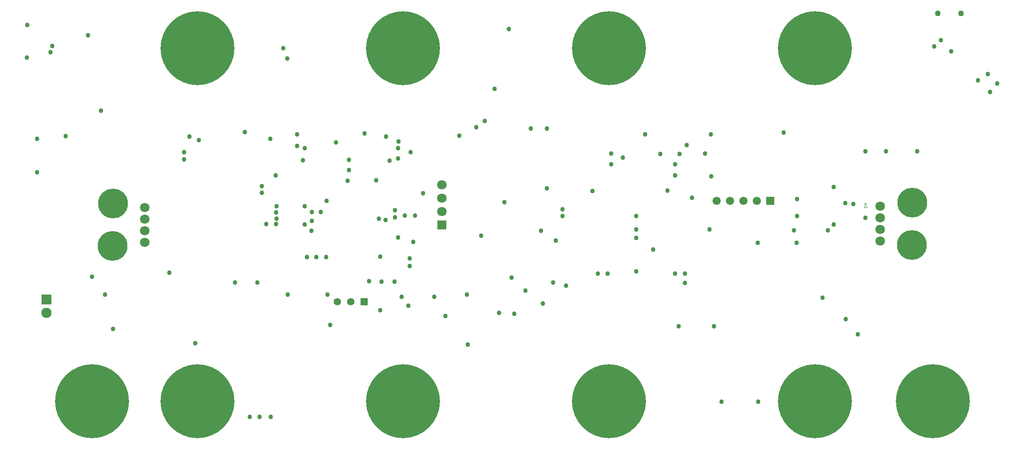
<source format=gbs>
G04*
G04 #@! TF.GenerationSoftware,Altium Limited,Altium Designer,24.2.2 (26)*
G04*
G04 Layer_Color=16711935*
%FSLAX25Y25*%
%MOIN*%
G70*
G04*
G04 #@! TF.SameCoordinates,E85AF581-5EDA-4222-B011-A7CF2EBE2122*
G04*
G04*
G04 #@! TF.FilePolarity,Negative*
G04*
G01*
G75*
%ADD20C,0.00197*%
%ADD80C,0.07087*%
%ADD81C,0.22260*%
%ADD82R,0.06102X0.06102*%
%ADD83C,0.06102*%
%ADD84R,0.05469X0.05469*%
%ADD85C,0.05469*%
%ADD86C,0.55181*%
%ADD87C,0.07693*%
%ADD88R,0.07693X0.07693*%
%ADD89C,0.07102*%
%ADD90R,0.07102X0.07102*%
%ADD91C,0.04331*%
%ADD92C,0.03402*%
D20*
X1243916Y587503D02*
X1245884D01*
Y588487D01*
X1245556Y588815D01*
X1244244D01*
X1243916Y588487D01*
Y587503D01*
X1245884Y590455D02*
X1243916D01*
X1244900Y589471D01*
Y590783D01*
D80*
X1255959Y571003D02*
D03*
Y562342D02*
D03*
Y579665D02*
D03*
Y588326D02*
D03*
X707030Y561553D02*
D03*
Y570215D02*
D03*
Y587537D02*
D03*
Y578876D02*
D03*
D81*
X1279459Y559326D02*
D03*
X1279975Y591082D02*
D03*
X683014Y558797D02*
D03*
X683530Y590553D02*
D03*
D82*
X1173932Y592560D02*
D03*
D83*
X1163932D02*
D03*
X1153932D02*
D03*
X1143932D02*
D03*
X1133932D02*
D03*
D84*
X870890Y517224D02*
D03*
D85*
X860890D02*
D03*
X850890D02*
D03*
D86*
X667660Y442700D02*
D03*
X1295282D02*
D03*
X746400D02*
D03*
Y706480D02*
D03*
X899943D02*
D03*
Y442700D02*
D03*
X1053487D02*
D03*
Y706480D02*
D03*
X1207030D02*
D03*
Y442700D02*
D03*
D87*
X633900Y508732D02*
D03*
D88*
Y518731D02*
D03*
D89*
X928889Y604339D02*
D03*
Y594339D02*
D03*
Y584339D02*
D03*
D90*
Y574338D02*
D03*
D91*
X1298758Y732401D02*
D03*
X1316081D02*
D03*
D92*
X687345Y442700D02*
D03*
X686158Y449433D02*
D03*
X682739Y455353D02*
D03*
X677502Y459748D02*
D03*
X671078Y462086D02*
D03*
X664242D02*
D03*
X657817Y459748D02*
D03*
X652580Y455353D02*
D03*
X649162Y449433D02*
D03*
X647975Y442700D02*
D03*
X649162Y435967D02*
D03*
X652580Y430047D02*
D03*
X657817Y425652D02*
D03*
X664242Y423314D02*
D03*
X671078D02*
D03*
X677502Y425652D02*
D03*
X682739Y430047D02*
D03*
X686158Y435967D02*
D03*
X648018Y640638D02*
D03*
X1055058Y627718D02*
D03*
Y619728D02*
D03*
X1086601Y555992D02*
D03*
X1041035Y599750D02*
D03*
X1007290Y601876D02*
D03*
X1018900Y580968D02*
D03*
X1018946Y586014D02*
D03*
X1129472Y642264D02*
D03*
X1063715Y624783D02*
D03*
X1111400Y634200D02*
D03*
X982914Y507981D02*
D03*
X1004086Y515648D02*
D03*
X1110124Y538200D02*
D03*
X1128587Y570968D02*
D03*
X1102841Y538200D02*
D03*
X1045117Y538200D02*
D03*
X1073897Y539868D02*
D03*
X1052400Y538200D02*
D03*
X1105500Y498700D02*
D03*
X1164593Y561000D02*
D03*
X1021400Y529200D02*
D03*
X1313780Y435967D02*
D03*
X1310362Y430047D02*
D03*
X1305124Y425652D02*
D03*
X1298700Y423314D02*
D03*
X1291864D02*
D03*
X1285439Y425652D02*
D03*
X1280202Y430047D02*
D03*
X1276784Y435967D02*
D03*
X1275597Y442700D02*
D03*
X1276784Y449433D02*
D03*
X1280202Y455353D02*
D03*
X1285439Y459748D02*
D03*
X1291864Y462086D02*
D03*
X1298700D02*
D03*
X1305124Y459748D02*
D03*
X1310362Y455353D02*
D03*
X1313780Y449433D02*
D03*
X1314967Y442700D02*
D03*
X764898Y435967D02*
D03*
X761480Y430047D02*
D03*
X756243Y425652D02*
D03*
X749818Y423314D02*
D03*
X742982D02*
D03*
X736557Y425652D02*
D03*
X731320Y430047D02*
D03*
X727902Y435967D02*
D03*
X726715Y442700D02*
D03*
X727902Y449433D02*
D03*
X731320Y455353D02*
D03*
X736557Y459748D02*
D03*
X742982Y462086D02*
D03*
X749818D02*
D03*
X756243Y459748D02*
D03*
X761480Y455353D02*
D03*
X764898Y449433D02*
D03*
X766085Y442700D02*
D03*
X764898Y699747D02*
D03*
X761480Y693826D02*
D03*
X756243Y689432D02*
D03*
X749818Y687094D02*
D03*
X742982D02*
D03*
X736557Y689432D02*
D03*
X731320Y693826D02*
D03*
X727902Y699747D02*
D03*
X726715Y706480D02*
D03*
X727902Y713212D02*
D03*
X731320Y719133D02*
D03*
X736557Y723527D02*
D03*
X742982Y725866D02*
D03*
X749818D02*
D03*
X756243Y723527D02*
D03*
X761480Y719133D02*
D03*
X764898Y713212D02*
D03*
X766085Y706480D02*
D03*
X918441Y699747D02*
D03*
X915023Y693826D02*
D03*
X909786Y689432D02*
D03*
X903362Y687094D02*
D03*
X896525D02*
D03*
X890101Y689432D02*
D03*
X884864Y693826D02*
D03*
X881446Y699747D02*
D03*
X880258Y706480D02*
D03*
X881446Y713212D02*
D03*
X884864Y719133D02*
D03*
X890101Y723527D02*
D03*
X896525Y725866D02*
D03*
X903362D02*
D03*
X909786Y723527D02*
D03*
X915023Y719133D02*
D03*
X918441Y713212D02*
D03*
X919628Y706480D02*
D03*
X918441Y435967D02*
D03*
X915023Y430047D02*
D03*
X909786Y425652D02*
D03*
X903362Y423314D02*
D03*
X896525D02*
D03*
X890101Y425652D02*
D03*
X884864Y430047D02*
D03*
X881446Y435967D02*
D03*
X880258Y442700D02*
D03*
X881446Y449433D02*
D03*
X884864Y455353D02*
D03*
X890101Y459748D02*
D03*
X896525Y462086D02*
D03*
X903362D02*
D03*
X909786Y459748D02*
D03*
X915023Y455353D02*
D03*
X918441Y449433D02*
D03*
X919628Y442700D02*
D03*
X1071984Y435967D02*
D03*
X1068566Y430047D02*
D03*
X1063329Y425652D02*
D03*
X1056905Y423314D02*
D03*
X1050068D02*
D03*
X1043644Y425652D02*
D03*
X1038407Y430047D02*
D03*
X1034989Y435967D02*
D03*
X1033802Y442700D02*
D03*
X1034989Y449433D02*
D03*
X1038407Y455353D02*
D03*
X1043644Y459748D02*
D03*
X1050068Y462086D02*
D03*
X1056905D02*
D03*
X1063329Y459748D02*
D03*
X1068566Y455353D02*
D03*
X1071984Y449433D02*
D03*
X1073172Y442700D02*
D03*
X1071984Y699747D02*
D03*
X1068566Y693826D02*
D03*
X1063329Y689432D02*
D03*
X1056905Y687094D02*
D03*
X1050068D02*
D03*
X1043644Y689432D02*
D03*
X1038407Y693826D02*
D03*
X1034989Y699747D02*
D03*
X1033802Y706480D02*
D03*
X1034989Y713212D02*
D03*
X1038407Y719133D02*
D03*
X1043644Y723527D02*
D03*
X1050068Y725866D02*
D03*
X1056905D02*
D03*
X1063329Y723527D02*
D03*
X1068566Y719133D02*
D03*
X1071984Y713212D02*
D03*
X1073172Y706480D02*
D03*
X1225528Y699747D02*
D03*
X1222110Y693826D02*
D03*
X1216873Y689432D02*
D03*
X1210448Y687094D02*
D03*
X1203612D02*
D03*
X1197187Y689432D02*
D03*
X1191950Y693826D02*
D03*
X1188532Y699747D02*
D03*
X1187345Y706480D02*
D03*
X1188532Y713212D02*
D03*
X1191950Y719133D02*
D03*
X1197187Y723527D02*
D03*
X1203612Y725866D02*
D03*
X1210448D02*
D03*
X1216873Y723527D02*
D03*
X1222110Y719133D02*
D03*
X1225528Y713212D02*
D03*
X1226715Y706480D02*
D03*
X1225528Y435967D02*
D03*
X1222110Y430047D02*
D03*
X1216873Y425652D02*
D03*
X1210448Y423314D02*
D03*
X1203612D02*
D03*
X1197187Y425652D02*
D03*
X1191950Y430047D02*
D03*
X1188532Y435967D02*
D03*
X1187345Y442700D02*
D03*
X1188532Y449433D02*
D03*
X1191950Y455353D02*
D03*
X1197187Y459748D02*
D03*
X1203612Y462086D02*
D03*
X1210448D02*
D03*
X1216873Y459748D02*
D03*
X1222110Y455353D02*
D03*
X1225528Y449433D02*
D03*
X1226715Y442700D02*
D03*
X1244766Y629500D02*
D03*
X991280Y525564D02*
D03*
X1235900Y590080D02*
D03*
X747605Y637651D02*
D03*
X858445Y607558D02*
D03*
X842890Y592303D02*
D03*
X619040Y699322D02*
D03*
X638072Y708110D02*
D03*
X948178Y485200D02*
D03*
X1129726Y610879D02*
D03*
X1102841Y619728D02*
D03*
X1106152Y627483D02*
D03*
X1221051Y574857D02*
D03*
X1221051Y602893D02*
D03*
X1193776Y593683D02*
D03*
X1216882Y570432D02*
D03*
X978868Y720700D02*
D03*
X683530Y496885D02*
D03*
X1229655Y590820D02*
D03*
X1230092Y504134D02*
D03*
X1239200Y492775D02*
D03*
X1131900Y498700D02*
D03*
X1125043Y627718D02*
D03*
X813936Y522535D02*
D03*
X843316D02*
D03*
X849784Y636175D02*
D03*
X887014Y640388D02*
D03*
X896525Y636622D02*
D03*
X896188Y631633D02*
D03*
X871125Y642701D02*
D03*
X826631Y631694D02*
D03*
X1260037Y629600D02*
D03*
X1283600D02*
D03*
X1337648Y673700D02*
D03*
X1244900Y579665D02*
D03*
X886751Y578139D02*
D03*
X896298Y565150D02*
D03*
X881896Y579025D02*
D03*
X1102939Y611423D02*
D03*
X893830Y580244D02*
D03*
X797900Y575171D02*
D03*
X805256D02*
D03*
X1013869Y562788D02*
D03*
X907602Y561634D02*
D03*
X1073900Y564819D02*
D03*
X958056Y566394D02*
D03*
X831594Y570205D02*
D03*
X805400Y588364D02*
D03*
X805256Y583787D02*
D03*
X1191575Y570432D02*
D03*
X1193658Y581086D02*
D03*
X801242Y431200D02*
D03*
X674634Y659700D02*
D03*
X845516Y499783D02*
D03*
X903788Y514049D02*
D03*
X898676Y520866D02*
D03*
X980952Y534999D02*
D03*
X1193532Y561000D02*
D03*
X1212741Y520200D02*
D03*
X905338Y628645D02*
D03*
X896188Y623964D02*
D03*
X1115569Y594932D02*
D03*
X1110124Y531109D02*
D03*
X800900Y638892D02*
D03*
X804852Y611601D02*
D03*
X820826Y642014D02*
D03*
X889933Y622491D02*
D03*
X879731Y607653D02*
D03*
X914917Y598109D02*
D03*
X971414Y508700D02*
D03*
X1091719Y627483D02*
D03*
X1097034Y600137D02*
D03*
X941900Y641126D02*
D03*
X1007274Y646366D02*
D03*
X995253Y646366D02*
D03*
X1080400Y642050D02*
D03*
X947344Y522491D02*
D03*
X923184Y520907D02*
D03*
X1073900Y571014D02*
D03*
X1002900Y570205D02*
D03*
X882649Y510933D02*
D03*
X893830Y585362D02*
D03*
X931400Y506307D02*
D03*
X901253Y581425D02*
D03*
X838528Y583974D02*
D03*
X1011900Y531599D02*
D03*
X1073900Y581014D02*
D03*
X975492Y591366D02*
D03*
X904793Y543701D02*
D03*
X904747Y549499D02*
D03*
X874458Y532288D02*
D03*
X954460Y647480D02*
D03*
X831781Y584161D02*
D03*
X831674Y577595D02*
D03*
X826338Y574699D02*
D03*
X859641Y615502D02*
D03*
Y623178D02*
D03*
X824996Y622786D02*
D03*
X794503Y603523D02*
D03*
Y598306D02*
D03*
X736557Y628836D02*
D03*
Y623475D02*
D03*
X740524Y640493D02*
D03*
X805400Y579063D02*
D03*
X826338Y588554D02*
D03*
X781814Y643786D02*
D03*
X828307Y550524D02*
D03*
X835191D02*
D03*
X842641D02*
D03*
X908684Y581573D02*
D03*
X882649Y550665D02*
D03*
X893365Y531988D02*
D03*
X883865D02*
D03*
X813585Y698700D02*
D03*
X820826Y633529D02*
D03*
X1137400Y442566D02*
D03*
X1164900D02*
D03*
X1183802Y643515D02*
D03*
X810400Y706480D02*
D03*
X774400Y531609D02*
D03*
X791247D02*
D03*
X725400Y538676D02*
D03*
X744932Y486200D02*
D03*
X792900Y431200D02*
D03*
X785400D02*
D03*
X960812Y652200D02*
D03*
X968094Y676200D02*
D03*
X664693Y716032D02*
D03*
X636825Y703385D02*
D03*
X619569Y723920D02*
D03*
X626900Y638773D02*
D03*
Y613731D02*
D03*
X677502Y522393D02*
D03*
X667660Y535700D02*
D03*
X1328921Y682428D02*
D03*
X1296216Y707700D02*
D03*
X1301120Y712605D02*
D03*
X1308932Y704200D02*
D03*
X1343254Y679997D02*
D03*
X1336210Y687041D02*
D03*
M02*

</source>
